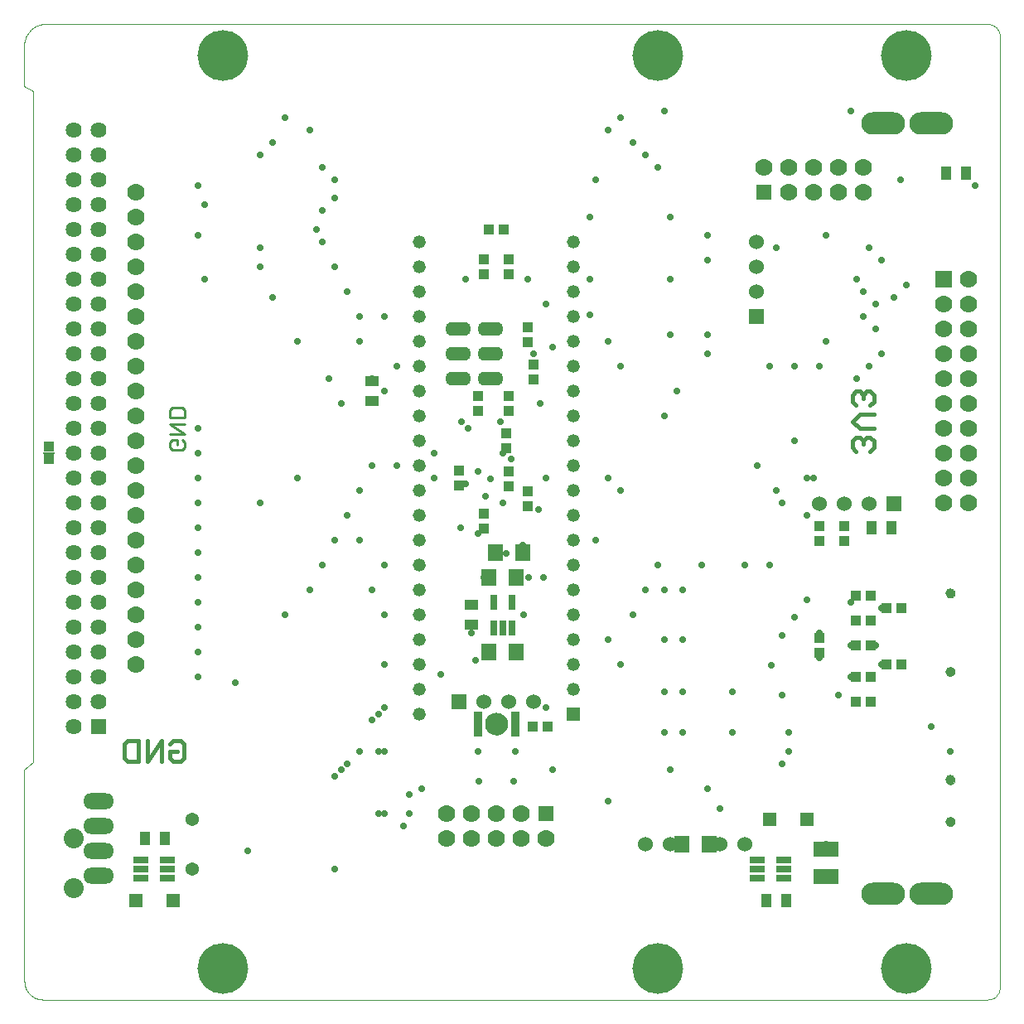
<source format=gbs>
G75*
G70*
%OFA0B0*%
%FSLAX24Y24*%
%IPPOS*%
%LPD*%
%AMOC8*
5,1,8,0,0,1.08239X$1,22.5*
%
%ADD10C,0.0000*%
%ADD11C,0.0150*%
%ADD12C,0.0110*%
%ADD13R,0.0640X0.0640*%
%ADD14C,0.0640*%
%ADD15O,0.1240X0.0640*%
%ADD16C,0.0700*%
%ADD17C,0.0394*%
%ADD18R,0.0700X0.0700*%
%ADD19R,0.0390X0.0390*%
%ADD20O,0.1760X0.0900*%
%ADD21R,0.1040X0.0590*%
%ADD22C,0.0540*%
%ADD23R,0.0440X0.0400*%
%ADD24R,0.0500X0.0100*%
%ADD25C,0.0520*%
%ADD26R,0.0520X0.0520*%
%ADD27R,0.0600X0.0600*%
%ADD28C,0.0600*%
%ADD29O,0.1040X0.0540*%
%ADD30C,0.0355*%
%ADD31R,0.0590X0.0690*%
%ADD32R,0.0280X0.0590*%
%ADD33R,0.0520X0.0440*%
%ADD34R,0.0340X0.1040*%
%ADD35C,0.0906*%
%ADD36R,0.0440X0.0520*%
%ADD37C,0.0800*%
%ADD38R,0.0590X0.0280*%
%ADD39R,0.0540X0.0540*%
%ADD40C,0.0280*%
%ADD41C,0.0278*%
%ADD42C,0.2040*%
D10*
X002262Y036607D02*
X040262Y036607D01*
X040306Y036609D01*
X040349Y036615D01*
X040391Y036624D01*
X040433Y036637D01*
X040473Y036654D01*
X040512Y036674D01*
X040549Y036697D01*
X040583Y036724D01*
X040616Y036753D01*
X040645Y036786D01*
X040672Y036820D01*
X040695Y036857D01*
X040715Y036896D01*
X040732Y036936D01*
X040745Y036978D01*
X040754Y037020D01*
X040760Y037063D01*
X040762Y037107D01*
X040762Y075357D01*
X040760Y075401D01*
X040754Y075444D01*
X040745Y075486D01*
X040732Y075528D01*
X040715Y075568D01*
X040695Y075607D01*
X040672Y075644D01*
X040645Y075678D01*
X040616Y075711D01*
X040583Y075740D01*
X040549Y075767D01*
X040512Y075790D01*
X040473Y075810D01*
X040433Y075827D01*
X040391Y075840D01*
X040349Y075849D01*
X040306Y075855D01*
X040262Y075857D01*
X002512Y075857D01*
X002454Y075863D01*
X002397Y075866D01*
X002339Y075865D01*
X002281Y075860D01*
X002224Y075851D01*
X002168Y075838D01*
X002112Y075822D01*
X002058Y075802D01*
X002005Y075779D01*
X001953Y075752D01*
X001904Y075722D01*
X001857Y075689D01*
X001811Y075653D01*
X001769Y075614D01*
X001729Y075572D01*
X001692Y075528D01*
X001657Y075481D01*
X001626Y075432D01*
X001599Y075382D01*
X001574Y075329D01*
X001553Y075275D01*
X001536Y075220D01*
X001522Y075164D01*
X001512Y075107D01*
X001512Y073357D01*
X001862Y073157D01*
X001862Y046157D01*
X001512Y045857D01*
X001512Y037357D01*
X001514Y037303D01*
X001520Y037250D01*
X001529Y037198D01*
X001542Y037146D01*
X001559Y037095D01*
X001580Y037045D01*
X001604Y036998D01*
X001631Y036952D01*
X001662Y036908D01*
X001695Y036866D01*
X001732Y036827D01*
X001771Y036790D01*
X001813Y036757D01*
X001857Y036726D01*
X001903Y036699D01*
X001950Y036675D01*
X002000Y036654D01*
X002051Y036637D01*
X002103Y036624D01*
X002155Y036615D01*
X002208Y036609D01*
X002262Y036607D01*
X018955Y061607D02*
X018957Y061632D01*
X018963Y061657D01*
X018973Y061680D01*
X018986Y061701D01*
X019003Y061720D01*
X019023Y061736D01*
X019045Y061749D01*
X019068Y061758D01*
X019093Y061763D01*
X019118Y061764D01*
X019143Y061761D01*
X019168Y061754D01*
X019190Y061743D01*
X019211Y061729D01*
X019230Y061711D01*
X019245Y061691D01*
X019256Y061669D01*
X019264Y061645D01*
X019268Y061620D01*
X019268Y061594D01*
X019264Y061569D01*
X019256Y061545D01*
X019245Y061523D01*
X019230Y061503D01*
X019211Y061485D01*
X019191Y061471D01*
X019168Y061460D01*
X019143Y061453D01*
X019118Y061450D01*
X019093Y061451D01*
X019068Y061456D01*
X019045Y061465D01*
X019023Y061478D01*
X019003Y061494D01*
X018986Y061513D01*
X018973Y061534D01*
X018963Y061557D01*
X018957Y061582D01*
X018955Y061607D01*
X018955Y062607D02*
X018957Y062632D01*
X018963Y062657D01*
X018973Y062680D01*
X018986Y062701D01*
X019003Y062720D01*
X019023Y062736D01*
X019045Y062749D01*
X019068Y062758D01*
X019093Y062763D01*
X019118Y062764D01*
X019143Y062761D01*
X019168Y062754D01*
X019190Y062743D01*
X019211Y062729D01*
X019230Y062711D01*
X019245Y062691D01*
X019256Y062669D01*
X019264Y062645D01*
X019268Y062620D01*
X019268Y062594D01*
X019264Y062569D01*
X019256Y062545D01*
X019245Y062523D01*
X019230Y062503D01*
X019211Y062485D01*
X019191Y062471D01*
X019168Y062460D01*
X019143Y062453D01*
X019118Y062450D01*
X019093Y062451D01*
X019068Y062456D01*
X019045Y062465D01*
X019023Y062478D01*
X019003Y062494D01*
X018986Y062513D01*
X018973Y062534D01*
X018963Y062557D01*
X018957Y062582D01*
X018955Y062607D01*
X018955Y063607D02*
X018957Y063632D01*
X018963Y063657D01*
X018973Y063680D01*
X018986Y063701D01*
X019003Y063720D01*
X019023Y063736D01*
X019045Y063749D01*
X019068Y063758D01*
X019093Y063763D01*
X019118Y063764D01*
X019143Y063761D01*
X019168Y063754D01*
X019190Y063743D01*
X019211Y063729D01*
X019230Y063711D01*
X019245Y063691D01*
X019256Y063669D01*
X019264Y063645D01*
X019268Y063620D01*
X019268Y063594D01*
X019264Y063569D01*
X019256Y063545D01*
X019245Y063523D01*
X019230Y063503D01*
X019211Y063485D01*
X019191Y063471D01*
X019168Y063460D01*
X019143Y063453D01*
X019118Y063450D01*
X019093Y063451D01*
X019068Y063456D01*
X019045Y063465D01*
X019023Y063478D01*
X019003Y063494D01*
X018986Y063513D01*
X018973Y063534D01*
X018963Y063557D01*
X018957Y063582D01*
X018955Y063607D01*
X019955Y063607D02*
X019957Y063632D01*
X019963Y063657D01*
X019973Y063680D01*
X019986Y063701D01*
X020003Y063720D01*
X020023Y063736D01*
X020045Y063749D01*
X020068Y063758D01*
X020093Y063763D01*
X020118Y063764D01*
X020143Y063761D01*
X020168Y063754D01*
X020190Y063743D01*
X020211Y063729D01*
X020230Y063711D01*
X020245Y063691D01*
X020256Y063669D01*
X020264Y063645D01*
X020268Y063620D01*
X020268Y063594D01*
X020264Y063569D01*
X020256Y063545D01*
X020245Y063523D01*
X020230Y063503D01*
X020211Y063485D01*
X020191Y063471D01*
X020168Y063460D01*
X020143Y063453D01*
X020118Y063450D01*
X020093Y063451D01*
X020068Y063456D01*
X020045Y063465D01*
X020023Y063478D01*
X020003Y063494D01*
X019986Y063513D01*
X019973Y063534D01*
X019963Y063557D01*
X019957Y063582D01*
X019955Y063607D01*
X019955Y062607D02*
X019957Y062632D01*
X019963Y062657D01*
X019973Y062680D01*
X019986Y062701D01*
X020003Y062720D01*
X020023Y062736D01*
X020045Y062749D01*
X020068Y062758D01*
X020093Y062763D01*
X020118Y062764D01*
X020143Y062761D01*
X020168Y062754D01*
X020190Y062743D01*
X020211Y062729D01*
X020230Y062711D01*
X020245Y062691D01*
X020256Y062669D01*
X020264Y062645D01*
X020268Y062620D01*
X020268Y062594D01*
X020264Y062569D01*
X020256Y062545D01*
X020245Y062523D01*
X020230Y062503D01*
X020211Y062485D01*
X020191Y062471D01*
X020168Y062460D01*
X020143Y062453D01*
X020118Y062450D01*
X020093Y062451D01*
X020068Y062456D01*
X020045Y062465D01*
X020023Y062478D01*
X020003Y062494D01*
X019986Y062513D01*
X019973Y062534D01*
X019963Y062557D01*
X019957Y062582D01*
X019955Y062607D01*
X019955Y061607D02*
X019957Y061632D01*
X019963Y061657D01*
X019973Y061680D01*
X019986Y061701D01*
X020003Y061720D01*
X020023Y061736D01*
X020045Y061749D01*
X020068Y061758D01*
X020093Y061763D01*
X020118Y061764D01*
X020143Y061761D01*
X020168Y061754D01*
X020190Y061743D01*
X020211Y061729D01*
X020230Y061711D01*
X020245Y061691D01*
X020256Y061669D01*
X020264Y061645D01*
X020268Y061620D01*
X020268Y061594D01*
X020264Y061569D01*
X020256Y061545D01*
X020245Y061523D01*
X020230Y061503D01*
X020211Y061485D01*
X020191Y061471D01*
X020168Y061460D01*
X020143Y061453D01*
X020118Y061450D01*
X020093Y061451D01*
X020068Y061456D01*
X020045Y061465D01*
X020023Y061478D01*
X020003Y061494D01*
X019986Y061513D01*
X019973Y061534D01*
X019963Y061557D01*
X019957Y061582D01*
X019955Y061607D01*
X020079Y047707D02*
X020081Y047749D01*
X020087Y047790D01*
X020097Y047831D01*
X020111Y047870D01*
X020129Y047908D01*
X020150Y047944D01*
X020174Y047978D01*
X020202Y048009D01*
X020233Y048038D01*
X020266Y048063D01*
X020302Y048085D01*
X020339Y048104D01*
X020378Y048119D01*
X020419Y048130D01*
X020460Y048137D01*
X020502Y048140D01*
X020543Y048139D01*
X020585Y048134D01*
X020626Y048125D01*
X020666Y048112D01*
X020704Y048095D01*
X020740Y048075D01*
X020775Y048051D01*
X020807Y048024D01*
X020836Y047994D01*
X020862Y047962D01*
X020885Y047927D01*
X020905Y047889D01*
X020920Y047851D01*
X020932Y047811D01*
X020940Y047770D01*
X020944Y047728D01*
X020944Y047686D01*
X020940Y047644D01*
X020932Y047603D01*
X020920Y047563D01*
X020905Y047525D01*
X020885Y047487D01*
X020862Y047452D01*
X020836Y047420D01*
X020807Y047390D01*
X020775Y047363D01*
X020740Y047339D01*
X020704Y047319D01*
X020666Y047302D01*
X020626Y047289D01*
X020585Y047280D01*
X020543Y047275D01*
X020502Y047274D01*
X020460Y047277D01*
X020419Y047284D01*
X020378Y047295D01*
X020339Y047310D01*
X020302Y047329D01*
X020266Y047351D01*
X020233Y047376D01*
X020202Y047405D01*
X020174Y047436D01*
X020150Y047470D01*
X020129Y047506D01*
X020111Y047544D01*
X020097Y047583D01*
X020087Y047624D01*
X020081Y047665D01*
X020079Y047707D01*
X035862Y041057D02*
X036262Y041057D01*
X036289Y041055D01*
X036316Y041050D01*
X036342Y041040D01*
X036366Y041028D01*
X036388Y041012D01*
X036408Y040994D01*
X036425Y040972D01*
X036440Y040949D01*
X036450Y040924D01*
X036458Y040898D01*
X036462Y040871D01*
X036462Y040843D01*
X036458Y040816D01*
X036450Y040790D01*
X036440Y040765D01*
X036425Y040742D01*
X036408Y040720D01*
X036388Y040702D01*
X036366Y040686D01*
X036342Y040674D01*
X036316Y040664D01*
X036289Y040659D01*
X036262Y040657D01*
X035862Y040657D01*
X035835Y040659D01*
X035808Y040664D01*
X035782Y040674D01*
X035758Y040686D01*
X035736Y040702D01*
X035716Y040720D01*
X035699Y040742D01*
X035684Y040765D01*
X035674Y040790D01*
X035666Y040816D01*
X035662Y040843D01*
X035662Y040871D01*
X035666Y040898D01*
X035674Y040924D01*
X035684Y040949D01*
X035699Y040972D01*
X035716Y040994D01*
X035736Y041012D01*
X035758Y041028D01*
X035782Y041040D01*
X035808Y041050D01*
X035835Y041055D01*
X035862Y041057D01*
X037812Y041057D02*
X038212Y041057D01*
X038239Y041055D01*
X038266Y041050D01*
X038292Y041040D01*
X038316Y041028D01*
X038338Y041012D01*
X038358Y040994D01*
X038375Y040972D01*
X038390Y040949D01*
X038400Y040924D01*
X038408Y040898D01*
X038412Y040871D01*
X038412Y040843D01*
X038408Y040816D01*
X038400Y040790D01*
X038390Y040765D01*
X038375Y040742D01*
X038358Y040720D01*
X038338Y040702D01*
X038316Y040686D01*
X038292Y040674D01*
X038266Y040664D01*
X038239Y040659D01*
X038212Y040657D01*
X037812Y040657D01*
X037785Y040659D01*
X037758Y040664D01*
X037732Y040674D01*
X037708Y040686D01*
X037686Y040702D01*
X037666Y040720D01*
X037649Y040742D01*
X037634Y040765D01*
X037624Y040790D01*
X037616Y040816D01*
X037612Y040843D01*
X037612Y040871D01*
X037616Y040898D01*
X037624Y040924D01*
X037634Y040949D01*
X037649Y040972D01*
X037666Y040994D01*
X037686Y041012D01*
X037708Y041028D01*
X037732Y041040D01*
X037758Y041050D01*
X037785Y041055D01*
X037812Y041057D01*
X038585Y043767D02*
X038587Y043794D01*
X038593Y043820D01*
X038603Y043846D01*
X038617Y043869D01*
X038634Y043890D01*
X038655Y043908D01*
X038677Y043922D01*
X038702Y043934D01*
X038728Y043941D01*
X038755Y043944D01*
X038782Y043943D01*
X038809Y043938D01*
X038834Y043929D01*
X038858Y043916D01*
X038880Y043899D01*
X038899Y043880D01*
X038914Y043857D01*
X038926Y043833D01*
X038934Y043807D01*
X038938Y043781D01*
X038938Y043753D01*
X038934Y043727D01*
X038926Y043701D01*
X038914Y043677D01*
X038899Y043654D01*
X038880Y043635D01*
X038858Y043618D01*
X038834Y043605D01*
X038809Y043596D01*
X038782Y043591D01*
X038755Y043590D01*
X038728Y043593D01*
X038702Y043600D01*
X038677Y043612D01*
X038655Y043626D01*
X038634Y043644D01*
X038617Y043665D01*
X038603Y043688D01*
X038593Y043714D01*
X038587Y043740D01*
X038585Y043767D01*
X038585Y045447D02*
X038587Y045474D01*
X038593Y045500D01*
X038603Y045526D01*
X038617Y045549D01*
X038634Y045570D01*
X038655Y045588D01*
X038677Y045602D01*
X038702Y045614D01*
X038728Y045621D01*
X038755Y045624D01*
X038782Y045623D01*
X038809Y045618D01*
X038834Y045609D01*
X038858Y045596D01*
X038880Y045579D01*
X038899Y045560D01*
X038914Y045537D01*
X038926Y045513D01*
X038934Y045487D01*
X038938Y045461D01*
X038938Y045433D01*
X038934Y045407D01*
X038926Y045381D01*
X038914Y045357D01*
X038899Y045334D01*
X038880Y045315D01*
X038858Y045298D01*
X038834Y045285D01*
X038809Y045276D01*
X038782Y045271D01*
X038755Y045270D01*
X038728Y045273D01*
X038702Y045280D01*
X038677Y045292D01*
X038655Y045306D01*
X038634Y045324D01*
X038617Y045345D01*
X038603Y045368D01*
X038593Y045394D01*
X038587Y045420D01*
X038585Y045447D01*
X038585Y049807D02*
X038587Y049834D01*
X038593Y049860D01*
X038603Y049886D01*
X038617Y049909D01*
X038634Y049930D01*
X038655Y049948D01*
X038677Y049962D01*
X038702Y049974D01*
X038728Y049981D01*
X038755Y049984D01*
X038782Y049983D01*
X038809Y049978D01*
X038834Y049969D01*
X038858Y049956D01*
X038880Y049939D01*
X038899Y049920D01*
X038914Y049897D01*
X038926Y049873D01*
X038934Y049847D01*
X038938Y049821D01*
X038938Y049793D01*
X038934Y049767D01*
X038926Y049741D01*
X038914Y049717D01*
X038899Y049694D01*
X038880Y049675D01*
X038858Y049658D01*
X038834Y049645D01*
X038809Y049636D01*
X038782Y049631D01*
X038755Y049630D01*
X038728Y049633D01*
X038702Y049640D01*
X038677Y049652D01*
X038655Y049666D01*
X038634Y049684D01*
X038617Y049705D01*
X038603Y049728D01*
X038593Y049754D01*
X038587Y049780D01*
X038585Y049807D01*
X038585Y052957D02*
X038587Y052984D01*
X038593Y053010D01*
X038603Y053036D01*
X038617Y053059D01*
X038634Y053080D01*
X038655Y053098D01*
X038677Y053112D01*
X038702Y053124D01*
X038728Y053131D01*
X038755Y053134D01*
X038782Y053133D01*
X038809Y053128D01*
X038834Y053119D01*
X038858Y053106D01*
X038880Y053089D01*
X038899Y053070D01*
X038914Y053047D01*
X038926Y053023D01*
X038934Y052997D01*
X038938Y052971D01*
X038938Y052943D01*
X038934Y052917D01*
X038926Y052891D01*
X038914Y052867D01*
X038899Y052844D01*
X038880Y052825D01*
X038858Y052808D01*
X038834Y052795D01*
X038809Y052786D01*
X038782Y052781D01*
X038755Y052780D01*
X038728Y052783D01*
X038702Y052790D01*
X038677Y052802D01*
X038655Y052816D01*
X038634Y052834D01*
X038617Y052855D01*
X038603Y052878D01*
X038593Y052904D01*
X038587Y052930D01*
X038585Y052957D01*
X038212Y071657D02*
X037812Y071657D01*
X037785Y071659D01*
X037758Y071664D01*
X037732Y071674D01*
X037708Y071686D01*
X037686Y071702D01*
X037666Y071720D01*
X037649Y071742D01*
X037634Y071765D01*
X037624Y071790D01*
X037616Y071816D01*
X037612Y071843D01*
X037612Y071871D01*
X037616Y071898D01*
X037624Y071924D01*
X037634Y071949D01*
X037649Y071972D01*
X037666Y071994D01*
X037686Y072012D01*
X037708Y072028D01*
X037732Y072040D01*
X037758Y072050D01*
X037785Y072055D01*
X037812Y072057D01*
X038212Y072057D01*
X038239Y072055D01*
X038266Y072050D01*
X038292Y072040D01*
X038316Y072028D01*
X038338Y072012D01*
X038358Y071994D01*
X038375Y071972D01*
X038390Y071949D01*
X038400Y071924D01*
X038408Y071898D01*
X038412Y071871D01*
X038412Y071843D01*
X038408Y071816D01*
X038400Y071790D01*
X038390Y071765D01*
X038375Y071742D01*
X038358Y071720D01*
X038338Y071702D01*
X038316Y071686D01*
X038292Y071674D01*
X038266Y071664D01*
X038239Y071659D01*
X038212Y071657D01*
X036262Y071657D02*
X035862Y071657D01*
X035835Y071659D01*
X035808Y071664D01*
X035782Y071674D01*
X035758Y071686D01*
X035736Y071702D01*
X035716Y071720D01*
X035699Y071742D01*
X035684Y071765D01*
X035674Y071790D01*
X035666Y071816D01*
X035662Y071843D01*
X035662Y071871D01*
X035666Y071898D01*
X035674Y071924D01*
X035684Y071949D01*
X035699Y071972D01*
X035716Y071994D01*
X035736Y072012D01*
X035758Y072028D01*
X035782Y072040D01*
X035808Y072050D01*
X035835Y072055D01*
X035862Y072057D01*
X036262Y072057D01*
X036289Y072055D01*
X036316Y072050D01*
X036342Y072040D01*
X036366Y072028D01*
X036388Y072012D01*
X036408Y071994D01*
X036425Y071972D01*
X036440Y071949D01*
X036450Y071924D01*
X036458Y071898D01*
X036462Y071871D01*
X036462Y071843D01*
X036458Y071816D01*
X036450Y071790D01*
X036440Y071765D01*
X036425Y071742D01*
X036408Y071720D01*
X036388Y071702D01*
X036366Y071686D01*
X036342Y071674D01*
X036316Y071664D01*
X036289Y071659D01*
X036262Y071657D01*
D11*
X035546Y061079D02*
X035404Y061079D01*
X035262Y060937D01*
X035120Y061079D01*
X034979Y061079D01*
X034837Y060937D01*
X034837Y060653D01*
X034979Y060511D01*
X035120Y060158D02*
X035688Y060158D01*
X035546Y060511D02*
X035688Y060653D01*
X035688Y060937D01*
X035546Y061079D01*
X035262Y060937D02*
X035262Y060795D01*
X035120Y060158D02*
X034837Y059874D01*
X035120Y059591D01*
X035688Y059591D01*
X035546Y059237D02*
X035404Y059237D01*
X035262Y059095D01*
X035120Y059237D01*
X034979Y059237D01*
X034837Y059095D01*
X034837Y058812D01*
X034979Y058670D01*
X035262Y058953D02*
X035262Y059095D01*
X035546Y059237D02*
X035688Y059095D01*
X035688Y058812D01*
X035546Y058670D01*
X007937Y046891D02*
X007937Y046324D01*
X007795Y046182D01*
X007511Y046182D01*
X007370Y046324D01*
X007370Y046608D01*
X007653Y046608D01*
X007370Y046891D02*
X007511Y047033D01*
X007795Y047033D01*
X007937Y046891D01*
X007016Y047033D02*
X007016Y046182D01*
X006449Y046182D02*
X006449Y047033D01*
X006095Y047033D02*
X005670Y047033D01*
X005528Y046891D01*
X005528Y046324D01*
X005670Y046182D01*
X006095Y046182D01*
X006095Y047033D01*
X007016Y047033D02*
X006449Y046182D01*
D12*
X007465Y058729D02*
X007367Y058827D01*
X007367Y059024D01*
X007465Y059122D01*
X007662Y059122D01*
X007662Y058925D01*
X007859Y058729D02*
X007465Y058729D01*
X007859Y058729D02*
X007957Y058827D01*
X007957Y059024D01*
X007859Y059122D01*
X007957Y059373D02*
X007367Y059767D01*
X007957Y059767D01*
X007957Y060018D02*
X007957Y060313D01*
X007859Y060411D01*
X007465Y060411D01*
X007367Y060313D01*
X007367Y060018D01*
X007957Y060018D01*
X007957Y059373D02*
X007367Y059373D01*
D13*
X004512Y047607D03*
D14*
X003512Y047607D03*
X003512Y048607D03*
X003512Y049607D03*
X003512Y050607D03*
X003512Y051607D03*
X004512Y051607D03*
X004512Y050607D03*
X004512Y049607D03*
X004512Y048607D03*
X004512Y052607D03*
X004512Y053607D03*
X004512Y054607D03*
X003512Y054607D03*
X003512Y053607D03*
X003512Y052607D03*
X003512Y055607D03*
X003512Y056607D03*
X003512Y057607D03*
X004512Y057607D03*
X004512Y056607D03*
X004512Y055607D03*
X004512Y058607D03*
X004512Y059607D03*
X004512Y060607D03*
X004512Y061607D03*
X003512Y061607D03*
X003512Y060607D03*
X003512Y059607D03*
X003512Y058607D03*
X003512Y062607D03*
X003512Y063607D03*
X003512Y064607D03*
X004512Y064607D03*
X004512Y063607D03*
X004512Y062607D03*
X004512Y065607D03*
X004512Y066607D03*
X004512Y067607D03*
X004512Y068607D03*
X003512Y068607D03*
X003512Y067607D03*
X003512Y066607D03*
X003512Y065607D03*
X003512Y069607D03*
X003512Y070607D03*
X003512Y071607D03*
X004512Y071607D03*
X004512Y070607D03*
X004512Y069607D03*
D15*
X004512Y044607D03*
X004512Y043607D03*
X004512Y042607D03*
X004512Y041607D03*
D16*
X006012Y050107D03*
X006012Y051107D03*
X006012Y052107D03*
X006012Y053107D03*
X006012Y054107D03*
X006012Y055107D03*
X006012Y056107D03*
X006012Y057107D03*
X006012Y058107D03*
X006012Y059107D03*
X006012Y060107D03*
X006012Y061107D03*
X006012Y062107D03*
X006012Y063107D03*
X006012Y064107D03*
X006012Y065107D03*
X006012Y066107D03*
X006012Y067107D03*
X006012Y068107D03*
X006012Y069107D03*
X018512Y044107D03*
X018512Y043107D03*
X019512Y043107D03*
X020512Y043107D03*
X020512Y044107D03*
X019512Y044107D03*
X021512Y044107D03*
X021512Y043107D03*
X022512Y043107D03*
X032262Y069107D03*
X032262Y070107D03*
X031262Y070107D03*
X033262Y070107D03*
X033262Y069107D03*
X034262Y069107D03*
X034262Y070107D03*
X035262Y070107D03*
X035262Y069107D03*
X038512Y064607D03*
X038512Y063607D03*
X038512Y062607D03*
X038512Y061607D03*
X038512Y060607D03*
X038512Y059607D03*
X038512Y058607D03*
X038512Y057607D03*
X038512Y056607D03*
X039512Y056607D03*
X039512Y057607D03*
X039512Y058607D03*
X039512Y059607D03*
X039512Y060607D03*
X039512Y061607D03*
X039512Y062607D03*
X039512Y063607D03*
X039512Y064607D03*
X039512Y065607D03*
D17*
X038762Y052957D03*
X038762Y049807D03*
X038762Y045447D03*
X038762Y043767D03*
D18*
X038512Y065607D03*
D19*
X034512Y055657D03*
X034512Y055057D03*
X033512Y055057D03*
X033512Y055657D03*
X034962Y052857D03*
X035562Y052857D03*
X035562Y051857D03*
X034962Y051857D03*
X034962Y050857D03*
X035562Y050857D03*
X035562Y049607D03*
X034962Y049607D03*
X034962Y048607D03*
X035562Y048607D03*
X036212Y050107D03*
X036812Y050107D03*
X036812Y052357D03*
X036212Y052357D03*
X033512Y051157D03*
X033512Y050557D03*
X022562Y047607D03*
X021962Y047607D03*
X020012Y055557D03*
X020012Y056157D03*
X019012Y057307D03*
X019012Y057907D03*
X019762Y060307D03*
X019762Y060907D03*
X020882Y059407D03*
X020882Y058807D03*
X021012Y057857D03*
X021012Y057257D03*
X021762Y057057D03*
X021762Y056457D03*
X021012Y060307D03*
X021012Y060907D03*
X022012Y061557D03*
X022012Y062157D03*
X021762Y063057D03*
X021762Y063657D03*
X021012Y065807D03*
X021012Y066407D03*
X020812Y067607D03*
X020212Y067607D03*
X020012Y066407D03*
X020012Y065807D03*
D20*
X036062Y071857D03*
X038012Y071857D03*
X038012Y040857D03*
X036062Y040857D03*
D21*
X033762Y041557D03*
X033762Y042657D03*
D22*
X008262Y041857D03*
X008262Y043857D03*
D23*
X002512Y058357D03*
X002512Y058857D03*
D24*
X002512Y058607D03*
D25*
X017412Y058107D03*
X017412Y057107D03*
X017412Y056107D03*
X017412Y055107D03*
X017412Y054107D03*
X017412Y053107D03*
X017412Y052107D03*
X017412Y051107D03*
X017412Y050107D03*
X017412Y049107D03*
X017412Y048107D03*
X017412Y059107D03*
X017412Y060107D03*
X017412Y061107D03*
X017412Y062107D03*
X017412Y063107D03*
X017412Y064107D03*
X017412Y065107D03*
X017412Y066107D03*
X017412Y067107D03*
X023612Y067107D03*
X023612Y066107D03*
X023612Y065107D03*
X023612Y064107D03*
X023612Y063107D03*
X023612Y062107D03*
X023612Y061107D03*
X023612Y060107D03*
X023612Y059107D03*
X023612Y058107D03*
X023612Y057107D03*
X023612Y056107D03*
X023612Y055107D03*
X023612Y054107D03*
X023612Y053107D03*
X023612Y052107D03*
X023612Y051107D03*
X023612Y050107D03*
X023612Y049107D03*
D26*
X023612Y048107D03*
D27*
X022512Y044107D03*
X019012Y048607D03*
X030962Y064107D03*
X031262Y069107D03*
X036512Y056557D03*
D28*
X035512Y056557D03*
X034512Y056557D03*
X033512Y056557D03*
X030962Y065107D03*
X030962Y066107D03*
X030962Y067107D03*
X022012Y048607D03*
X021012Y048607D03*
X020012Y048607D03*
X026512Y042857D03*
X027512Y042857D03*
X029512Y042857D03*
X030512Y042857D03*
D29*
X020262Y061607D03*
X020262Y062607D03*
X020262Y063607D03*
X018962Y063607D03*
X018962Y062607D03*
X018962Y061607D03*
D30*
X019112Y061607D03*
X020112Y061607D03*
X020112Y062607D03*
X020112Y063607D03*
X019112Y063607D03*
X019112Y062607D03*
D31*
X020462Y054607D03*
X020212Y053607D03*
X021312Y053607D03*
X021562Y054607D03*
X021312Y050607D03*
X020212Y050607D03*
X027962Y042857D03*
X029062Y042857D03*
D32*
X021122Y051557D03*
X020762Y051557D03*
X020402Y051557D03*
X020402Y052607D03*
X021122Y052607D03*
D33*
X019512Y052507D03*
X019512Y051707D03*
X015512Y060707D03*
X015512Y061507D03*
D34*
X019762Y047707D03*
X021262Y047707D03*
D35*
X020512Y047707D03*
D36*
X031362Y040607D03*
X032162Y040607D03*
X035612Y055607D03*
X036412Y055607D03*
X038612Y069857D03*
X039412Y069857D03*
X007162Y043107D03*
X006362Y043107D03*
D37*
X003512Y043107D03*
X003512Y041107D03*
D38*
X006212Y041497D03*
X006212Y041857D03*
X006212Y042217D03*
X007262Y042217D03*
X007262Y041857D03*
X007262Y041497D03*
X031012Y041497D03*
X031012Y041857D03*
X031012Y042217D03*
X032062Y042217D03*
X032062Y041857D03*
X032062Y041497D03*
D39*
X031512Y043857D03*
X033012Y043857D03*
X007512Y040607D03*
X006012Y040607D03*
D40*
X010512Y042607D03*
X014012Y041857D03*
X015762Y044107D03*
X016012Y044107D03*
X016762Y043607D03*
X017012Y044107D03*
X017012Y044857D03*
X017512Y045107D03*
X016012Y046607D03*
X015762Y046607D03*
X015012Y046607D03*
X014512Y046107D03*
X014262Y045857D03*
X014012Y045607D03*
X015512Y047857D03*
X015762Y048107D03*
X016012Y048357D03*
X016012Y050107D03*
X016012Y052107D03*
X015512Y053107D03*
X016012Y054107D03*
X015012Y055107D03*
X014512Y056107D03*
X014012Y055107D03*
X013512Y054107D03*
X013012Y053107D03*
X012012Y052107D03*
X010012Y049357D03*
X008512Y049607D03*
X008512Y050607D03*
X008512Y051607D03*
X008512Y052607D03*
X008512Y053607D03*
X008512Y054607D03*
X008512Y055607D03*
X008512Y056607D03*
X008512Y057607D03*
X008512Y058607D03*
X008512Y059607D03*
X011012Y056607D03*
X012512Y057607D03*
X014262Y060607D03*
X013762Y061607D03*
X015012Y063107D03*
X015012Y064107D03*
X014512Y065107D03*
X014012Y066107D03*
X013512Y067107D03*
X013262Y067607D03*
X013512Y068357D03*
X014012Y068857D03*
X014012Y069607D03*
X013512Y070107D03*
X013012Y071607D03*
X012012Y072107D03*
X011512Y071107D03*
X011012Y070607D03*
X011012Y066857D03*
X011012Y066107D03*
X011512Y064857D03*
X012512Y063107D03*
X015512Y061607D03*
X016012Y061107D03*
X016512Y062107D03*
X016012Y064107D03*
X019262Y065607D03*
X021762Y065607D03*
X022512Y064607D03*
X022762Y062857D03*
X022012Y062607D03*
X022262Y060607D03*
X021112Y058357D03*
X020762Y058607D03*
X020662Y059857D03*
X019762Y057857D03*
X020262Y057557D03*
X020062Y056857D03*
X020762Y056607D03*
X021762Y057057D03*
X022212Y056327D03*
X022512Y057607D03*
X021562Y054907D03*
X020912Y054557D03*
X021812Y053607D03*
X022412Y053607D03*
X021612Y052107D03*
X020062Y050607D03*
X019662Y050257D03*
X019512Y051357D03*
X018262Y049707D03*
X019762Y046607D03*
X019812Y045407D03*
X021212Y045407D03*
X021262Y046607D03*
X022512Y048357D03*
X025012Y051107D03*
X025512Y050107D03*
X026012Y052107D03*
X026512Y053107D03*
X027262Y053107D03*
X028012Y053107D03*
X028762Y054107D03*
X030512Y054107D03*
X031512Y054107D03*
X033012Y052707D03*
X032512Y052007D03*
X032012Y051257D03*
X031562Y050057D03*
X032012Y048857D03*
X032262Y047357D03*
X032262Y046607D03*
X032012Y046107D03*
X033762Y042857D03*
X034262Y048857D03*
X034762Y049607D03*
X034762Y050857D03*
X035012Y051857D03*
X034762Y052607D03*
X036012Y052357D03*
X035762Y050857D03*
X036012Y050107D03*
X038012Y047607D03*
X038762Y046607D03*
X033512Y050357D03*
X033512Y051357D03*
X033012Y056107D03*
X032012Y056607D03*
X031762Y057107D03*
X031012Y058107D03*
X032512Y059107D03*
X033012Y057607D03*
X033262Y057607D03*
X035012Y061607D03*
X035512Y062107D03*
X036012Y062607D03*
X035762Y063607D03*
X035262Y064107D03*
X035762Y064607D03*
X035262Y065107D03*
X035012Y065607D03*
X035512Y066857D03*
X036012Y066357D03*
X036512Y064857D03*
X037012Y065357D03*
X036762Y069607D03*
X034762Y072357D03*
X033762Y067357D03*
X031762Y066857D03*
X033762Y063107D03*
X033512Y062107D03*
X032512Y062107D03*
X031512Y062107D03*
X029012Y062607D03*
X029012Y063357D03*
X027762Y061107D03*
X027262Y060107D03*
X025512Y062107D03*
X025012Y063107D03*
X024262Y064157D03*
X024262Y065607D03*
X024262Y068107D03*
X024512Y069607D03*
X025012Y071607D03*
X025512Y072107D03*
X026012Y071107D03*
X026512Y070607D03*
X027012Y070107D03*
X027512Y068107D03*
X027512Y065607D03*
X027512Y063357D03*
X029012Y066357D03*
X029012Y067357D03*
X027262Y072357D03*
X019362Y059587D03*
X019112Y059857D03*
X019012Y057857D03*
X019262Y057357D03*
X019062Y055607D03*
X019762Y055357D03*
X020012Y053607D03*
X018012Y057607D03*
X018012Y058607D03*
X016512Y058107D03*
X015512Y058107D03*
X015012Y057107D03*
X008762Y065607D03*
X008512Y067357D03*
X008762Y068607D03*
X008512Y069357D03*
X024512Y055107D03*
X025512Y057107D03*
X025012Y057607D03*
X027012Y054107D03*
X027262Y051107D03*
X028012Y051107D03*
X028012Y049007D03*
X027262Y049007D03*
X027262Y047357D03*
X028012Y047357D03*
X027512Y045857D03*
X029012Y045107D03*
X029512Y044307D03*
X030012Y047357D03*
X030012Y049007D03*
X039762Y069357D03*
D41*
X025012Y044607D03*
X022762Y045857D03*
D42*
X027012Y037857D03*
X037012Y037857D03*
X037012Y074607D03*
X027012Y074607D03*
X009512Y074607D03*
X009512Y037857D03*
M02*

</source>
